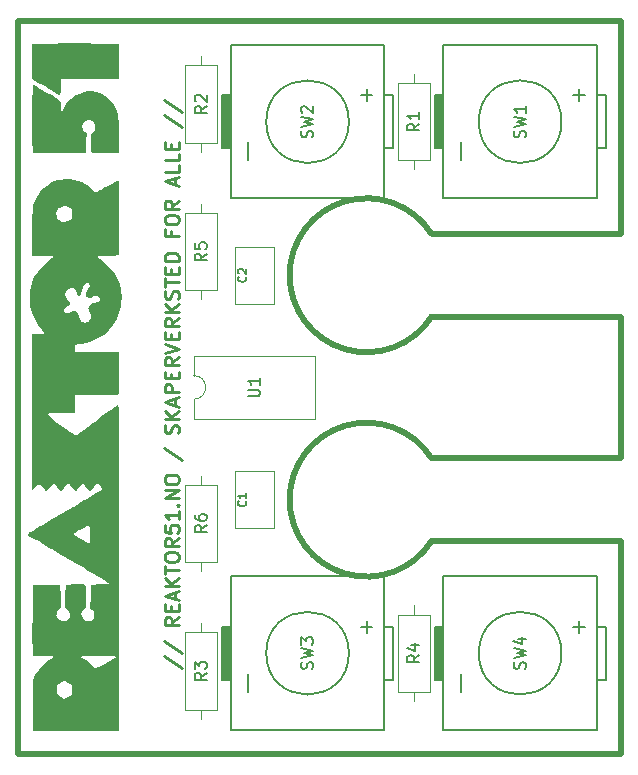
<source format=gbr>
%TF.GenerationSoftware,KiCad,Pcbnew,8.0.6-8.0.6-0~ubuntu20.04.1*%
%TF.CreationDate,2024-11-17T18:25:06+01:00*%
%TF.ProjectId,reaktor51_game,7265616b-746f-4723-9531-5f67616d652e,1*%
%TF.SameCoordinates,Original*%
%TF.FileFunction,Legend,Top*%
%TF.FilePolarity,Positive*%
%FSLAX46Y46*%
G04 Gerber Fmt 4.6, Leading zero omitted, Abs format (unit mm)*
G04 Created by KiCad (PCBNEW 8.0.6-8.0.6-0~ubuntu20.04.1) date 2024-11-17 18:25:06*
%MOMM*%
%LPD*%
G01*
G04 APERTURE LIST*
%ADD10C,0.500000*%
%ADD11C,0.220000*%
%ADD12C,0.150000*%
%ADD13C,0.120000*%
%ADD14C,0.200000*%
%ADD15C,0.000000*%
G04 APERTURE END LIST*
D10*
X156500000Y-110500000D02*
G75*
G02*
X156500000Y-103500000I-5500000J3500000D01*
G01*
X156500000Y-91500000D02*
G75*
G02*
X156500000Y-84500000I-5500000J3500000D01*
G01*
X172500000Y-91500000D02*
X172500000Y-103500000D01*
X156500000Y-91500000D02*
X172500000Y-91500000D01*
X156500000Y-103500000D02*
X172500000Y-103500000D01*
X156500000Y-110500000D02*
X172500000Y-110500000D01*
X172500000Y-128500000D02*
X172500000Y-110500000D01*
X172500000Y-128500000D02*
X121500000Y-128500000D01*
X156500000Y-84500000D02*
X172500000Y-84500000D01*
X172500000Y-84500000D02*
X172500000Y-66500000D01*
X172500000Y-66500000D02*
X121500000Y-66500000D01*
X121500000Y-128500000D02*
X121500000Y-66500000D01*
D11*
X133834560Y-120212406D02*
X135377417Y-121240978D01*
X133834560Y-118955263D02*
X135377417Y-119983835D01*
X135091702Y-116955263D02*
X134520274Y-117355263D01*
X135091702Y-117640977D02*
X133891702Y-117640977D01*
X133891702Y-117640977D02*
X133891702Y-117183834D01*
X133891702Y-117183834D02*
X133948845Y-117069549D01*
X133948845Y-117069549D02*
X134005988Y-117012406D01*
X134005988Y-117012406D02*
X134120274Y-116955263D01*
X134120274Y-116955263D02*
X134291702Y-116955263D01*
X134291702Y-116955263D02*
X134405988Y-117012406D01*
X134405988Y-117012406D02*
X134463131Y-117069549D01*
X134463131Y-117069549D02*
X134520274Y-117183834D01*
X134520274Y-117183834D02*
X134520274Y-117640977D01*
X134463131Y-116440977D02*
X134463131Y-116040977D01*
X135091702Y-115869549D02*
X135091702Y-116440977D01*
X135091702Y-116440977D02*
X133891702Y-116440977D01*
X133891702Y-116440977D02*
X133891702Y-115869549D01*
X134748845Y-115412406D02*
X134748845Y-114840978D01*
X135091702Y-115526692D02*
X133891702Y-115126692D01*
X133891702Y-115126692D02*
X135091702Y-114726692D01*
X135091702Y-114326692D02*
X133891702Y-114326692D01*
X135091702Y-113640978D02*
X134405988Y-114155264D01*
X133891702Y-113640978D02*
X134577417Y-114326692D01*
X133891702Y-113298121D02*
X133891702Y-112612407D01*
X135091702Y-112955264D02*
X133891702Y-112955264D01*
X133891702Y-111983835D02*
X133891702Y-111755263D01*
X133891702Y-111755263D02*
X133948845Y-111640978D01*
X133948845Y-111640978D02*
X134063131Y-111526692D01*
X134063131Y-111526692D02*
X134291702Y-111469549D01*
X134291702Y-111469549D02*
X134691702Y-111469549D01*
X134691702Y-111469549D02*
X134920274Y-111526692D01*
X134920274Y-111526692D02*
X135034560Y-111640978D01*
X135034560Y-111640978D02*
X135091702Y-111755263D01*
X135091702Y-111755263D02*
X135091702Y-111983835D01*
X135091702Y-111983835D02*
X135034560Y-112098121D01*
X135034560Y-112098121D02*
X134920274Y-112212406D01*
X134920274Y-112212406D02*
X134691702Y-112269549D01*
X134691702Y-112269549D02*
X134291702Y-112269549D01*
X134291702Y-112269549D02*
X134063131Y-112212406D01*
X134063131Y-112212406D02*
X133948845Y-112098121D01*
X133948845Y-112098121D02*
X133891702Y-111983835D01*
X135091702Y-110269549D02*
X134520274Y-110669549D01*
X135091702Y-110955263D02*
X133891702Y-110955263D01*
X133891702Y-110955263D02*
X133891702Y-110498120D01*
X133891702Y-110498120D02*
X133948845Y-110383835D01*
X133948845Y-110383835D02*
X134005988Y-110326692D01*
X134005988Y-110326692D02*
X134120274Y-110269549D01*
X134120274Y-110269549D02*
X134291702Y-110269549D01*
X134291702Y-110269549D02*
X134405988Y-110326692D01*
X134405988Y-110326692D02*
X134463131Y-110383835D01*
X134463131Y-110383835D02*
X134520274Y-110498120D01*
X134520274Y-110498120D02*
X134520274Y-110955263D01*
X133891702Y-109183835D02*
X133891702Y-109755263D01*
X133891702Y-109755263D02*
X134463131Y-109812406D01*
X134463131Y-109812406D02*
X134405988Y-109755263D01*
X134405988Y-109755263D02*
X134348845Y-109640978D01*
X134348845Y-109640978D02*
X134348845Y-109355263D01*
X134348845Y-109355263D02*
X134405988Y-109240978D01*
X134405988Y-109240978D02*
X134463131Y-109183835D01*
X134463131Y-109183835D02*
X134577417Y-109126692D01*
X134577417Y-109126692D02*
X134863131Y-109126692D01*
X134863131Y-109126692D02*
X134977417Y-109183835D01*
X134977417Y-109183835D02*
X135034560Y-109240978D01*
X135034560Y-109240978D02*
X135091702Y-109355263D01*
X135091702Y-109355263D02*
X135091702Y-109640978D01*
X135091702Y-109640978D02*
X135034560Y-109755263D01*
X135034560Y-109755263D02*
X134977417Y-109812406D01*
X135091702Y-107983835D02*
X135091702Y-108669549D01*
X135091702Y-108326692D02*
X133891702Y-108326692D01*
X133891702Y-108326692D02*
X134063131Y-108440978D01*
X134063131Y-108440978D02*
X134177417Y-108555263D01*
X134177417Y-108555263D02*
X134234560Y-108669549D01*
X134977417Y-107469549D02*
X135034560Y-107412406D01*
X135034560Y-107412406D02*
X135091702Y-107469549D01*
X135091702Y-107469549D02*
X135034560Y-107526692D01*
X135034560Y-107526692D02*
X134977417Y-107469549D01*
X134977417Y-107469549D02*
X135091702Y-107469549D01*
X135091702Y-106898120D02*
X133891702Y-106898120D01*
X133891702Y-106898120D02*
X135091702Y-106212406D01*
X135091702Y-106212406D02*
X133891702Y-106212406D01*
X133891702Y-105412406D02*
X133891702Y-105183834D01*
X133891702Y-105183834D02*
X133948845Y-105069549D01*
X133948845Y-105069549D02*
X134063131Y-104955263D01*
X134063131Y-104955263D02*
X134291702Y-104898120D01*
X134291702Y-104898120D02*
X134691702Y-104898120D01*
X134691702Y-104898120D02*
X134920274Y-104955263D01*
X134920274Y-104955263D02*
X135034560Y-105069549D01*
X135034560Y-105069549D02*
X135091702Y-105183834D01*
X135091702Y-105183834D02*
X135091702Y-105412406D01*
X135091702Y-105412406D02*
X135034560Y-105526692D01*
X135034560Y-105526692D02*
X134920274Y-105640977D01*
X134920274Y-105640977D02*
X134691702Y-105698120D01*
X134691702Y-105698120D02*
X134291702Y-105698120D01*
X134291702Y-105698120D02*
X134063131Y-105640977D01*
X134063131Y-105640977D02*
X133948845Y-105526692D01*
X133948845Y-105526692D02*
X133891702Y-105412406D01*
X133834560Y-102612405D02*
X135377417Y-103640977D01*
X135034560Y-101355262D02*
X135091702Y-101183834D01*
X135091702Y-101183834D02*
X135091702Y-100898119D01*
X135091702Y-100898119D02*
X135034560Y-100783834D01*
X135034560Y-100783834D02*
X134977417Y-100726691D01*
X134977417Y-100726691D02*
X134863131Y-100669548D01*
X134863131Y-100669548D02*
X134748845Y-100669548D01*
X134748845Y-100669548D02*
X134634560Y-100726691D01*
X134634560Y-100726691D02*
X134577417Y-100783834D01*
X134577417Y-100783834D02*
X134520274Y-100898119D01*
X134520274Y-100898119D02*
X134463131Y-101126691D01*
X134463131Y-101126691D02*
X134405988Y-101240976D01*
X134405988Y-101240976D02*
X134348845Y-101298119D01*
X134348845Y-101298119D02*
X134234560Y-101355262D01*
X134234560Y-101355262D02*
X134120274Y-101355262D01*
X134120274Y-101355262D02*
X134005988Y-101298119D01*
X134005988Y-101298119D02*
X133948845Y-101240976D01*
X133948845Y-101240976D02*
X133891702Y-101126691D01*
X133891702Y-101126691D02*
X133891702Y-100840976D01*
X133891702Y-100840976D02*
X133948845Y-100669548D01*
X135091702Y-100155262D02*
X133891702Y-100155262D01*
X135091702Y-99469548D02*
X134405988Y-99983834D01*
X133891702Y-99469548D02*
X134577417Y-100155262D01*
X134748845Y-99012405D02*
X134748845Y-98440977D01*
X135091702Y-99126691D02*
X133891702Y-98726691D01*
X133891702Y-98726691D02*
X135091702Y-98326691D01*
X135091702Y-97926691D02*
X133891702Y-97926691D01*
X133891702Y-97926691D02*
X133891702Y-97469548D01*
X133891702Y-97469548D02*
X133948845Y-97355263D01*
X133948845Y-97355263D02*
X134005988Y-97298120D01*
X134005988Y-97298120D02*
X134120274Y-97240977D01*
X134120274Y-97240977D02*
X134291702Y-97240977D01*
X134291702Y-97240977D02*
X134405988Y-97298120D01*
X134405988Y-97298120D02*
X134463131Y-97355263D01*
X134463131Y-97355263D02*
X134520274Y-97469548D01*
X134520274Y-97469548D02*
X134520274Y-97926691D01*
X134463131Y-96726691D02*
X134463131Y-96326691D01*
X135091702Y-96155263D02*
X135091702Y-96726691D01*
X135091702Y-96726691D02*
X133891702Y-96726691D01*
X133891702Y-96726691D02*
X133891702Y-96155263D01*
X135091702Y-94955263D02*
X134520274Y-95355263D01*
X135091702Y-95640977D02*
X133891702Y-95640977D01*
X133891702Y-95640977D02*
X133891702Y-95183834D01*
X133891702Y-95183834D02*
X133948845Y-95069549D01*
X133948845Y-95069549D02*
X134005988Y-95012406D01*
X134005988Y-95012406D02*
X134120274Y-94955263D01*
X134120274Y-94955263D02*
X134291702Y-94955263D01*
X134291702Y-94955263D02*
X134405988Y-95012406D01*
X134405988Y-95012406D02*
X134463131Y-95069549D01*
X134463131Y-95069549D02*
X134520274Y-95183834D01*
X134520274Y-95183834D02*
X134520274Y-95640977D01*
X133891702Y-94612406D02*
X135091702Y-94212406D01*
X135091702Y-94212406D02*
X133891702Y-93812406D01*
X134463131Y-93412406D02*
X134463131Y-93012406D01*
X135091702Y-92840978D02*
X135091702Y-93412406D01*
X135091702Y-93412406D02*
X133891702Y-93412406D01*
X133891702Y-93412406D02*
X133891702Y-92840978D01*
X135091702Y-91640978D02*
X134520274Y-92040978D01*
X135091702Y-92326692D02*
X133891702Y-92326692D01*
X133891702Y-92326692D02*
X133891702Y-91869549D01*
X133891702Y-91869549D02*
X133948845Y-91755264D01*
X133948845Y-91755264D02*
X134005988Y-91698121D01*
X134005988Y-91698121D02*
X134120274Y-91640978D01*
X134120274Y-91640978D02*
X134291702Y-91640978D01*
X134291702Y-91640978D02*
X134405988Y-91698121D01*
X134405988Y-91698121D02*
X134463131Y-91755264D01*
X134463131Y-91755264D02*
X134520274Y-91869549D01*
X134520274Y-91869549D02*
X134520274Y-92326692D01*
X135091702Y-91126692D02*
X133891702Y-91126692D01*
X135091702Y-90440978D02*
X134405988Y-90955264D01*
X133891702Y-90440978D02*
X134577417Y-91126692D01*
X135034560Y-89983835D02*
X135091702Y-89812407D01*
X135091702Y-89812407D02*
X135091702Y-89526692D01*
X135091702Y-89526692D02*
X135034560Y-89412407D01*
X135034560Y-89412407D02*
X134977417Y-89355264D01*
X134977417Y-89355264D02*
X134863131Y-89298121D01*
X134863131Y-89298121D02*
X134748845Y-89298121D01*
X134748845Y-89298121D02*
X134634560Y-89355264D01*
X134634560Y-89355264D02*
X134577417Y-89412407D01*
X134577417Y-89412407D02*
X134520274Y-89526692D01*
X134520274Y-89526692D02*
X134463131Y-89755264D01*
X134463131Y-89755264D02*
X134405988Y-89869549D01*
X134405988Y-89869549D02*
X134348845Y-89926692D01*
X134348845Y-89926692D02*
X134234560Y-89983835D01*
X134234560Y-89983835D02*
X134120274Y-89983835D01*
X134120274Y-89983835D02*
X134005988Y-89926692D01*
X134005988Y-89926692D02*
X133948845Y-89869549D01*
X133948845Y-89869549D02*
X133891702Y-89755264D01*
X133891702Y-89755264D02*
X133891702Y-89469549D01*
X133891702Y-89469549D02*
X133948845Y-89298121D01*
X133891702Y-88955264D02*
X133891702Y-88269550D01*
X135091702Y-88612407D02*
X133891702Y-88612407D01*
X134463131Y-87869549D02*
X134463131Y-87469549D01*
X135091702Y-87298121D02*
X135091702Y-87869549D01*
X135091702Y-87869549D02*
X133891702Y-87869549D01*
X133891702Y-87869549D02*
X133891702Y-87298121D01*
X135091702Y-86783835D02*
X133891702Y-86783835D01*
X133891702Y-86783835D02*
X133891702Y-86498121D01*
X133891702Y-86498121D02*
X133948845Y-86326692D01*
X133948845Y-86326692D02*
X134063131Y-86212407D01*
X134063131Y-86212407D02*
X134177417Y-86155264D01*
X134177417Y-86155264D02*
X134405988Y-86098121D01*
X134405988Y-86098121D02*
X134577417Y-86098121D01*
X134577417Y-86098121D02*
X134805988Y-86155264D01*
X134805988Y-86155264D02*
X134920274Y-86212407D01*
X134920274Y-86212407D02*
X135034560Y-86326692D01*
X135034560Y-86326692D02*
X135091702Y-86498121D01*
X135091702Y-86498121D02*
X135091702Y-86783835D01*
X134463131Y-84269549D02*
X134463131Y-84669549D01*
X135091702Y-84669549D02*
X133891702Y-84669549D01*
X133891702Y-84669549D02*
X133891702Y-84098121D01*
X133891702Y-83412407D02*
X133891702Y-83183835D01*
X133891702Y-83183835D02*
X133948845Y-83069550D01*
X133948845Y-83069550D02*
X134063131Y-82955264D01*
X134063131Y-82955264D02*
X134291702Y-82898121D01*
X134291702Y-82898121D02*
X134691702Y-82898121D01*
X134691702Y-82898121D02*
X134920274Y-82955264D01*
X134920274Y-82955264D02*
X135034560Y-83069550D01*
X135034560Y-83069550D02*
X135091702Y-83183835D01*
X135091702Y-83183835D02*
X135091702Y-83412407D01*
X135091702Y-83412407D02*
X135034560Y-83526693D01*
X135034560Y-83526693D02*
X134920274Y-83640978D01*
X134920274Y-83640978D02*
X134691702Y-83698121D01*
X134691702Y-83698121D02*
X134291702Y-83698121D01*
X134291702Y-83698121D02*
X134063131Y-83640978D01*
X134063131Y-83640978D02*
X133948845Y-83526693D01*
X133948845Y-83526693D02*
X133891702Y-83412407D01*
X135091702Y-81698121D02*
X134520274Y-82098121D01*
X135091702Y-82383835D02*
X133891702Y-82383835D01*
X133891702Y-82383835D02*
X133891702Y-81926692D01*
X133891702Y-81926692D02*
X133948845Y-81812407D01*
X133948845Y-81812407D02*
X134005988Y-81755264D01*
X134005988Y-81755264D02*
X134120274Y-81698121D01*
X134120274Y-81698121D02*
X134291702Y-81698121D01*
X134291702Y-81698121D02*
X134405988Y-81755264D01*
X134405988Y-81755264D02*
X134463131Y-81812407D01*
X134463131Y-81812407D02*
X134520274Y-81926692D01*
X134520274Y-81926692D02*
X134520274Y-82383835D01*
X134748845Y-80326692D02*
X134748845Y-79755264D01*
X135091702Y-80440978D02*
X133891702Y-80040978D01*
X133891702Y-80040978D02*
X135091702Y-79640978D01*
X135091702Y-78669550D02*
X135091702Y-79240978D01*
X135091702Y-79240978D02*
X133891702Y-79240978D01*
X135091702Y-77698121D02*
X135091702Y-78269549D01*
X135091702Y-78269549D02*
X133891702Y-78269549D01*
X134463131Y-77298120D02*
X134463131Y-76898120D01*
X135091702Y-76726692D02*
X135091702Y-77298120D01*
X135091702Y-77298120D02*
X133891702Y-77298120D01*
X133891702Y-77298120D02*
X133891702Y-76726692D01*
X133834560Y-74440977D02*
X135377417Y-75469549D01*
X133834560Y-73183834D02*
X135377417Y-74212406D01*
D12*
X137454819Y-86166666D02*
X136978628Y-86499999D01*
X137454819Y-86738094D02*
X136454819Y-86738094D01*
X136454819Y-86738094D02*
X136454819Y-86357142D01*
X136454819Y-86357142D02*
X136502438Y-86261904D01*
X136502438Y-86261904D02*
X136550057Y-86214285D01*
X136550057Y-86214285D02*
X136645295Y-86166666D01*
X136645295Y-86166666D02*
X136788152Y-86166666D01*
X136788152Y-86166666D02*
X136883390Y-86214285D01*
X136883390Y-86214285D02*
X136931009Y-86261904D01*
X136931009Y-86261904D02*
X136978628Y-86357142D01*
X136978628Y-86357142D02*
X136978628Y-86738094D01*
X136454819Y-85261904D02*
X136454819Y-85738094D01*
X136454819Y-85738094D02*
X136931009Y-85785713D01*
X136931009Y-85785713D02*
X136883390Y-85738094D01*
X136883390Y-85738094D02*
X136835771Y-85642856D01*
X136835771Y-85642856D02*
X136835771Y-85404761D01*
X136835771Y-85404761D02*
X136883390Y-85309523D01*
X136883390Y-85309523D02*
X136931009Y-85261904D01*
X136931009Y-85261904D02*
X137026247Y-85214285D01*
X137026247Y-85214285D02*
X137264342Y-85214285D01*
X137264342Y-85214285D02*
X137359580Y-85261904D01*
X137359580Y-85261904D02*
X137407200Y-85309523D01*
X137407200Y-85309523D02*
X137454819Y-85404761D01*
X137454819Y-85404761D02*
X137454819Y-85642856D01*
X137454819Y-85642856D02*
X137407200Y-85738094D01*
X137407200Y-85738094D02*
X137359580Y-85785713D01*
X140954819Y-98261904D02*
X141764342Y-98261904D01*
X141764342Y-98261904D02*
X141859580Y-98214285D01*
X141859580Y-98214285D02*
X141907200Y-98166666D01*
X141907200Y-98166666D02*
X141954819Y-98071428D01*
X141954819Y-98071428D02*
X141954819Y-97880952D01*
X141954819Y-97880952D02*
X141907200Y-97785714D01*
X141907200Y-97785714D02*
X141859580Y-97738095D01*
X141859580Y-97738095D02*
X141764342Y-97690476D01*
X141764342Y-97690476D02*
X140954819Y-97690476D01*
X141954819Y-96690476D02*
X141954819Y-97261904D01*
X141954819Y-96976190D02*
X140954819Y-96976190D01*
X140954819Y-96976190D02*
X141097676Y-97071428D01*
X141097676Y-97071428D02*
X141192914Y-97166666D01*
X141192914Y-97166666D02*
X141240533Y-97261904D01*
X137454819Y-109166666D02*
X136978628Y-109499999D01*
X137454819Y-109738094D02*
X136454819Y-109738094D01*
X136454819Y-109738094D02*
X136454819Y-109357142D01*
X136454819Y-109357142D02*
X136502438Y-109261904D01*
X136502438Y-109261904D02*
X136550057Y-109214285D01*
X136550057Y-109214285D02*
X136645295Y-109166666D01*
X136645295Y-109166666D02*
X136788152Y-109166666D01*
X136788152Y-109166666D02*
X136883390Y-109214285D01*
X136883390Y-109214285D02*
X136931009Y-109261904D01*
X136931009Y-109261904D02*
X136978628Y-109357142D01*
X136978628Y-109357142D02*
X136978628Y-109738094D01*
X136454819Y-108309523D02*
X136454819Y-108499999D01*
X136454819Y-108499999D02*
X136502438Y-108595237D01*
X136502438Y-108595237D02*
X136550057Y-108642856D01*
X136550057Y-108642856D02*
X136692914Y-108738094D01*
X136692914Y-108738094D02*
X136883390Y-108785713D01*
X136883390Y-108785713D02*
X137264342Y-108785713D01*
X137264342Y-108785713D02*
X137359580Y-108738094D01*
X137359580Y-108738094D02*
X137407200Y-108690475D01*
X137407200Y-108690475D02*
X137454819Y-108595237D01*
X137454819Y-108595237D02*
X137454819Y-108404761D01*
X137454819Y-108404761D02*
X137407200Y-108309523D01*
X137407200Y-108309523D02*
X137359580Y-108261904D01*
X137359580Y-108261904D02*
X137264342Y-108214285D01*
X137264342Y-108214285D02*
X137026247Y-108214285D01*
X137026247Y-108214285D02*
X136931009Y-108261904D01*
X136931009Y-108261904D02*
X136883390Y-108309523D01*
X136883390Y-108309523D02*
X136835771Y-108404761D01*
X136835771Y-108404761D02*
X136835771Y-108595237D01*
X136835771Y-108595237D02*
X136883390Y-108690475D01*
X136883390Y-108690475D02*
X136931009Y-108738094D01*
X136931009Y-108738094D02*
X137026247Y-108785713D01*
X155454819Y-75166666D02*
X154978628Y-75499999D01*
X155454819Y-75738094D02*
X154454819Y-75738094D01*
X154454819Y-75738094D02*
X154454819Y-75357142D01*
X154454819Y-75357142D02*
X154502438Y-75261904D01*
X154502438Y-75261904D02*
X154550057Y-75214285D01*
X154550057Y-75214285D02*
X154645295Y-75166666D01*
X154645295Y-75166666D02*
X154788152Y-75166666D01*
X154788152Y-75166666D02*
X154883390Y-75214285D01*
X154883390Y-75214285D02*
X154931009Y-75261904D01*
X154931009Y-75261904D02*
X154978628Y-75357142D01*
X154978628Y-75357142D02*
X154978628Y-75738094D01*
X155454819Y-74214285D02*
X155454819Y-74785713D01*
X155454819Y-74499999D02*
X154454819Y-74499999D01*
X154454819Y-74499999D02*
X154597676Y-74595237D01*
X154597676Y-74595237D02*
X154692914Y-74690475D01*
X154692914Y-74690475D02*
X154740533Y-74785713D01*
X137454819Y-73666666D02*
X136978628Y-73999999D01*
X137454819Y-74238094D02*
X136454819Y-74238094D01*
X136454819Y-74238094D02*
X136454819Y-73857142D01*
X136454819Y-73857142D02*
X136502438Y-73761904D01*
X136502438Y-73761904D02*
X136550057Y-73714285D01*
X136550057Y-73714285D02*
X136645295Y-73666666D01*
X136645295Y-73666666D02*
X136788152Y-73666666D01*
X136788152Y-73666666D02*
X136883390Y-73714285D01*
X136883390Y-73714285D02*
X136931009Y-73761904D01*
X136931009Y-73761904D02*
X136978628Y-73857142D01*
X136978628Y-73857142D02*
X136978628Y-74238094D01*
X136550057Y-73285713D02*
X136502438Y-73238094D01*
X136502438Y-73238094D02*
X136454819Y-73142856D01*
X136454819Y-73142856D02*
X136454819Y-72904761D01*
X136454819Y-72904761D02*
X136502438Y-72809523D01*
X136502438Y-72809523D02*
X136550057Y-72761904D01*
X136550057Y-72761904D02*
X136645295Y-72714285D01*
X136645295Y-72714285D02*
X136740533Y-72714285D01*
X136740533Y-72714285D02*
X136883390Y-72761904D01*
X136883390Y-72761904D02*
X137454819Y-73333332D01*
X137454819Y-73333332D02*
X137454819Y-72714285D01*
X137454819Y-121666666D02*
X136978628Y-121999999D01*
X137454819Y-122238094D02*
X136454819Y-122238094D01*
X136454819Y-122238094D02*
X136454819Y-121857142D01*
X136454819Y-121857142D02*
X136502438Y-121761904D01*
X136502438Y-121761904D02*
X136550057Y-121714285D01*
X136550057Y-121714285D02*
X136645295Y-121666666D01*
X136645295Y-121666666D02*
X136788152Y-121666666D01*
X136788152Y-121666666D02*
X136883390Y-121714285D01*
X136883390Y-121714285D02*
X136931009Y-121761904D01*
X136931009Y-121761904D02*
X136978628Y-121857142D01*
X136978628Y-121857142D02*
X136978628Y-122238094D01*
X136454819Y-121333332D02*
X136454819Y-120714285D01*
X136454819Y-120714285D02*
X136835771Y-121047618D01*
X136835771Y-121047618D02*
X136835771Y-120904761D01*
X136835771Y-120904761D02*
X136883390Y-120809523D01*
X136883390Y-120809523D02*
X136931009Y-120761904D01*
X136931009Y-120761904D02*
X137026247Y-120714285D01*
X137026247Y-120714285D02*
X137264342Y-120714285D01*
X137264342Y-120714285D02*
X137359580Y-120761904D01*
X137359580Y-120761904D02*
X137407200Y-120809523D01*
X137407200Y-120809523D02*
X137454819Y-120904761D01*
X137454819Y-120904761D02*
X137454819Y-121190475D01*
X137454819Y-121190475D02*
X137407200Y-121285713D01*
X137407200Y-121285713D02*
X137359580Y-121333332D01*
X155454819Y-120166666D02*
X154978628Y-120499999D01*
X155454819Y-120738094D02*
X154454819Y-120738094D01*
X154454819Y-120738094D02*
X154454819Y-120357142D01*
X154454819Y-120357142D02*
X154502438Y-120261904D01*
X154502438Y-120261904D02*
X154550057Y-120214285D01*
X154550057Y-120214285D02*
X154645295Y-120166666D01*
X154645295Y-120166666D02*
X154788152Y-120166666D01*
X154788152Y-120166666D02*
X154883390Y-120214285D01*
X154883390Y-120214285D02*
X154931009Y-120261904D01*
X154931009Y-120261904D02*
X154978628Y-120357142D01*
X154978628Y-120357142D02*
X154978628Y-120738094D01*
X154788152Y-119309523D02*
X155454819Y-119309523D01*
X154407200Y-119547618D02*
X155121485Y-119785713D01*
X155121485Y-119785713D02*
X155121485Y-119166666D01*
X140749366Y-107116666D02*
X140782700Y-107149999D01*
X140782700Y-107149999D02*
X140816033Y-107249999D01*
X140816033Y-107249999D02*
X140816033Y-107316666D01*
X140816033Y-107316666D02*
X140782700Y-107416666D01*
X140782700Y-107416666D02*
X140716033Y-107483333D01*
X140716033Y-107483333D02*
X140649366Y-107516666D01*
X140649366Y-107516666D02*
X140516033Y-107549999D01*
X140516033Y-107549999D02*
X140416033Y-107549999D01*
X140416033Y-107549999D02*
X140282700Y-107516666D01*
X140282700Y-107516666D02*
X140216033Y-107483333D01*
X140216033Y-107483333D02*
X140149366Y-107416666D01*
X140149366Y-107416666D02*
X140116033Y-107316666D01*
X140116033Y-107316666D02*
X140116033Y-107249999D01*
X140116033Y-107249999D02*
X140149366Y-107149999D01*
X140149366Y-107149999D02*
X140182700Y-107116666D01*
X140816033Y-106449999D02*
X140816033Y-106849999D01*
X140816033Y-106649999D02*
X140116033Y-106649999D01*
X140116033Y-106649999D02*
X140216033Y-106716666D01*
X140216033Y-106716666D02*
X140282700Y-106783333D01*
X140282700Y-106783333D02*
X140316033Y-106849999D01*
X140749366Y-88116666D02*
X140782700Y-88149999D01*
X140782700Y-88149999D02*
X140816033Y-88249999D01*
X140816033Y-88249999D02*
X140816033Y-88316666D01*
X140816033Y-88316666D02*
X140782700Y-88416666D01*
X140782700Y-88416666D02*
X140716033Y-88483333D01*
X140716033Y-88483333D02*
X140649366Y-88516666D01*
X140649366Y-88516666D02*
X140516033Y-88549999D01*
X140516033Y-88549999D02*
X140416033Y-88549999D01*
X140416033Y-88549999D02*
X140282700Y-88516666D01*
X140282700Y-88516666D02*
X140216033Y-88483333D01*
X140216033Y-88483333D02*
X140149366Y-88416666D01*
X140149366Y-88416666D02*
X140116033Y-88316666D01*
X140116033Y-88316666D02*
X140116033Y-88249999D01*
X140116033Y-88249999D02*
X140149366Y-88149999D01*
X140149366Y-88149999D02*
X140182700Y-88116666D01*
X140182700Y-87849999D02*
X140149366Y-87816666D01*
X140149366Y-87816666D02*
X140116033Y-87749999D01*
X140116033Y-87749999D02*
X140116033Y-87583333D01*
X140116033Y-87583333D02*
X140149366Y-87516666D01*
X140149366Y-87516666D02*
X140182700Y-87483333D01*
X140182700Y-87483333D02*
X140249366Y-87449999D01*
X140249366Y-87449999D02*
X140316033Y-87449999D01*
X140316033Y-87449999D02*
X140416033Y-87483333D01*
X140416033Y-87483333D02*
X140816033Y-87883333D01*
X140816033Y-87883333D02*
X140816033Y-87449999D01*
X164407200Y-121333332D02*
X164454819Y-121190475D01*
X164454819Y-121190475D02*
X164454819Y-120952380D01*
X164454819Y-120952380D02*
X164407200Y-120857142D01*
X164407200Y-120857142D02*
X164359580Y-120809523D01*
X164359580Y-120809523D02*
X164264342Y-120761904D01*
X164264342Y-120761904D02*
X164169104Y-120761904D01*
X164169104Y-120761904D02*
X164073866Y-120809523D01*
X164073866Y-120809523D02*
X164026247Y-120857142D01*
X164026247Y-120857142D02*
X163978628Y-120952380D01*
X163978628Y-120952380D02*
X163931009Y-121142856D01*
X163931009Y-121142856D02*
X163883390Y-121238094D01*
X163883390Y-121238094D02*
X163835771Y-121285713D01*
X163835771Y-121285713D02*
X163740533Y-121333332D01*
X163740533Y-121333332D02*
X163645295Y-121333332D01*
X163645295Y-121333332D02*
X163550057Y-121285713D01*
X163550057Y-121285713D02*
X163502438Y-121238094D01*
X163502438Y-121238094D02*
X163454819Y-121142856D01*
X163454819Y-121142856D02*
X163454819Y-120904761D01*
X163454819Y-120904761D02*
X163502438Y-120761904D01*
X163454819Y-120428570D02*
X164454819Y-120190475D01*
X164454819Y-120190475D02*
X163740533Y-119999999D01*
X163740533Y-119999999D02*
X164454819Y-119809523D01*
X164454819Y-119809523D02*
X163454819Y-119571428D01*
X163788152Y-118761904D02*
X164454819Y-118761904D01*
X163407200Y-118999999D02*
X164121485Y-119238094D01*
X164121485Y-119238094D02*
X164121485Y-118619047D01*
X146407200Y-121333332D02*
X146454819Y-121190475D01*
X146454819Y-121190475D02*
X146454819Y-120952380D01*
X146454819Y-120952380D02*
X146407200Y-120857142D01*
X146407200Y-120857142D02*
X146359580Y-120809523D01*
X146359580Y-120809523D02*
X146264342Y-120761904D01*
X146264342Y-120761904D02*
X146169104Y-120761904D01*
X146169104Y-120761904D02*
X146073866Y-120809523D01*
X146073866Y-120809523D02*
X146026247Y-120857142D01*
X146026247Y-120857142D02*
X145978628Y-120952380D01*
X145978628Y-120952380D02*
X145931009Y-121142856D01*
X145931009Y-121142856D02*
X145883390Y-121238094D01*
X145883390Y-121238094D02*
X145835771Y-121285713D01*
X145835771Y-121285713D02*
X145740533Y-121333332D01*
X145740533Y-121333332D02*
X145645295Y-121333332D01*
X145645295Y-121333332D02*
X145550057Y-121285713D01*
X145550057Y-121285713D02*
X145502438Y-121238094D01*
X145502438Y-121238094D02*
X145454819Y-121142856D01*
X145454819Y-121142856D02*
X145454819Y-120904761D01*
X145454819Y-120904761D02*
X145502438Y-120761904D01*
X145454819Y-120428570D02*
X146454819Y-120190475D01*
X146454819Y-120190475D02*
X145740533Y-119999999D01*
X145740533Y-119999999D02*
X146454819Y-119809523D01*
X146454819Y-119809523D02*
X145454819Y-119571428D01*
X145454819Y-119285713D02*
X145454819Y-118666666D01*
X145454819Y-118666666D02*
X145835771Y-118999999D01*
X145835771Y-118999999D02*
X145835771Y-118857142D01*
X145835771Y-118857142D02*
X145883390Y-118761904D01*
X145883390Y-118761904D02*
X145931009Y-118714285D01*
X145931009Y-118714285D02*
X146026247Y-118666666D01*
X146026247Y-118666666D02*
X146264342Y-118666666D01*
X146264342Y-118666666D02*
X146359580Y-118714285D01*
X146359580Y-118714285D02*
X146407200Y-118761904D01*
X146407200Y-118761904D02*
X146454819Y-118857142D01*
X146454819Y-118857142D02*
X146454819Y-119142856D01*
X146454819Y-119142856D02*
X146407200Y-119238094D01*
X146407200Y-119238094D02*
X146359580Y-119285713D01*
X146407200Y-76333332D02*
X146454819Y-76190475D01*
X146454819Y-76190475D02*
X146454819Y-75952380D01*
X146454819Y-75952380D02*
X146407200Y-75857142D01*
X146407200Y-75857142D02*
X146359580Y-75809523D01*
X146359580Y-75809523D02*
X146264342Y-75761904D01*
X146264342Y-75761904D02*
X146169104Y-75761904D01*
X146169104Y-75761904D02*
X146073866Y-75809523D01*
X146073866Y-75809523D02*
X146026247Y-75857142D01*
X146026247Y-75857142D02*
X145978628Y-75952380D01*
X145978628Y-75952380D02*
X145931009Y-76142856D01*
X145931009Y-76142856D02*
X145883390Y-76238094D01*
X145883390Y-76238094D02*
X145835771Y-76285713D01*
X145835771Y-76285713D02*
X145740533Y-76333332D01*
X145740533Y-76333332D02*
X145645295Y-76333332D01*
X145645295Y-76333332D02*
X145550057Y-76285713D01*
X145550057Y-76285713D02*
X145502438Y-76238094D01*
X145502438Y-76238094D02*
X145454819Y-76142856D01*
X145454819Y-76142856D02*
X145454819Y-75904761D01*
X145454819Y-75904761D02*
X145502438Y-75761904D01*
X145454819Y-75428570D02*
X146454819Y-75190475D01*
X146454819Y-75190475D02*
X145740533Y-74999999D01*
X145740533Y-74999999D02*
X146454819Y-74809523D01*
X146454819Y-74809523D02*
X145454819Y-74571428D01*
X145550057Y-74238094D02*
X145502438Y-74190475D01*
X145502438Y-74190475D02*
X145454819Y-74095237D01*
X145454819Y-74095237D02*
X145454819Y-73857142D01*
X145454819Y-73857142D02*
X145502438Y-73761904D01*
X145502438Y-73761904D02*
X145550057Y-73714285D01*
X145550057Y-73714285D02*
X145645295Y-73666666D01*
X145645295Y-73666666D02*
X145740533Y-73666666D01*
X145740533Y-73666666D02*
X145883390Y-73714285D01*
X145883390Y-73714285D02*
X146454819Y-74285713D01*
X146454819Y-74285713D02*
X146454819Y-73666666D01*
X164407200Y-76333332D02*
X164454819Y-76190475D01*
X164454819Y-76190475D02*
X164454819Y-75952380D01*
X164454819Y-75952380D02*
X164407200Y-75857142D01*
X164407200Y-75857142D02*
X164359580Y-75809523D01*
X164359580Y-75809523D02*
X164264342Y-75761904D01*
X164264342Y-75761904D02*
X164169104Y-75761904D01*
X164169104Y-75761904D02*
X164073866Y-75809523D01*
X164073866Y-75809523D02*
X164026247Y-75857142D01*
X164026247Y-75857142D02*
X163978628Y-75952380D01*
X163978628Y-75952380D02*
X163931009Y-76142856D01*
X163931009Y-76142856D02*
X163883390Y-76238094D01*
X163883390Y-76238094D02*
X163835771Y-76285713D01*
X163835771Y-76285713D02*
X163740533Y-76333332D01*
X163740533Y-76333332D02*
X163645295Y-76333332D01*
X163645295Y-76333332D02*
X163550057Y-76285713D01*
X163550057Y-76285713D02*
X163502438Y-76238094D01*
X163502438Y-76238094D02*
X163454819Y-76142856D01*
X163454819Y-76142856D02*
X163454819Y-75904761D01*
X163454819Y-75904761D02*
X163502438Y-75761904D01*
X163454819Y-75428570D02*
X164454819Y-75190475D01*
X164454819Y-75190475D02*
X163740533Y-74999999D01*
X163740533Y-74999999D02*
X164454819Y-74809523D01*
X164454819Y-74809523D02*
X163454819Y-74571428D01*
X164454819Y-73666666D02*
X164454819Y-74238094D01*
X164454819Y-73952380D02*
X163454819Y-73952380D01*
X163454819Y-73952380D02*
X163597676Y-74047618D01*
X163597676Y-74047618D02*
X163692914Y-74142856D01*
X163692914Y-74142856D02*
X163740533Y-74238094D01*
D13*
%TO.C,R5*%
X137000000Y-81960000D02*
X137000000Y-82730000D01*
X138370000Y-82730000D02*
X135630000Y-82730000D01*
X135630000Y-82730000D02*
X135630000Y-89270000D01*
X138370000Y-89270000D02*
X138370000Y-82730000D01*
X135630000Y-89270000D02*
X138370000Y-89270000D01*
X137000000Y-90040000D02*
X137000000Y-89270000D01*
%TO.C,U1*%
X136370000Y-100140000D02*
X146650000Y-100140000D01*
X146650000Y-100140000D02*
X146650000Y-94840000D01*
X136370000Y-98490000D02*
X136370000Y-100140000D01*
X136370000Y-94840000D02*
X136370000Y-96490000D01*
X146650000Y-94840000D02*
X136370000Y-94840000D01*
X136370000Y-96490000D02*
G75*
G02*
X136370000Y-98490000I0J-1000000D01*
G01*
%TO.C,R6*%
X137000000Y-104960000D02*
X137000000Y-105730000D01*
X138370000Y-105730000D02*
X135630000Y-105730000D01*
X135630000Y-105730000D02*
X135630000Y-112270000D01*
X138370000Y-112270000D02*
X138370000Y-105730000D01*
X135630000Y-112270000D02*
X138370000Y-112270000D01*
X137000000Y-113040000D02*
X137000000Y-112270000D01*
%TO.C,R1*%
X155000000Y-79040000D02*
X155000000Y-78270000D01*
X153630000Y-78270000D02*
X156370000Y-78270000D01*
X156370000Y-78270000D02*
X156370000Y-71730000D01*
X153630000Y-71730000D02*
X153630000Y-78270000D01*
X156370000Y-71730000D02*
X153630000Y-71730000D01*
X155000000Y-70960000D02*
X155000000Y-71730000D01*
%TO.C,R2*%
X137000000Y-77540000D02*
X137000000Y-76770000D01*
X135630000Y-76770000D02*
X138370000Y-76770000D01*
X138370000Y-76770000D02*
X138370000Y-70230000D01*
X135630000Y-70230000D02*
X135630000Y-76770000D01*
X138370000Y-70230000D02*
X135630000Y-70230000D01*
X137000000Y-69460000D02*
X137000000Y-70230000D01*
%TO.C,R3*%
X137000000Y-125540000D02*
X137000000Y-124770000D01*
X135630000Y-124770000D02*
X138370000Y-124770000D01*
X138370000Y-124770000D02*
X138370000Y-118230000D01*
X135630000Y-118230000D02*
X135630000Y-124770000D01*
X138370000Y-118230000D02*
X135630000Y-118230000D01*
X137000000Y-117460000D02*
X137000000Y-118230000D01*
%TO.C,R4*%
X155000000Y-124040000D02*
X155000000Y-123270000D01*
X153630000Y-123270000D02*
X156370000Y-123270000D01*
X156370000Y-123270000D02*
X156370000Y-116730000D01*
X153630000Y-116730000D02*
X153630000Y-123270000D01*
X156370000Y-116730000D02*
X153630000Y-116730000D01*
X155000000Y-115960000D02*
X155000000Y-116730000D01*
%TO.C,C1*%
X143120000Y-104580000D02*
X139880000Y-104580000D01*
X143120000Y-104580000D02*
X143120000Y-109420000D01*
X139880000Y-104580000D02*
X139880000Y-109420000D01*
X143120000Y-109420000D02*
X139880000Y-109420000D01*
%TO.C,C2*%
X143120000Y-85580000D02*
X139880000Y-85580000D01*
X143120000Y-85580000D02*
X143120000Y-90420000D01*
X139880000Y-85580000D02*
X139880000Y-90420000D01*
X143120000Y-90420000D02*
X139880000Y-90420000D01*
D14*
%TO.C,SW4*%
X159000000Y-123250000D02*
X159000000Y-121750000D01*
X169000000Y-118250000D02*
X169000000Y-117250000D01*
X169500000Y-117750000D02*
X168500000Y-117750000D01*
X157500000Y-126500000D02*
X170500000Y-126500000D01*
X170500000Y-113500000D01*
X157500000Y-113500000D01*
X157500000Y-126500000D01*
X156750000Y-122250000D02*
X157500000Y-122250000D01*
X157500000Y-117750000D01*
X156750000Y-117750000D01*
X156750000Y-122250000D01*
G36*
X156750000Y-122250000D02*
G01*
X157500000Y-122250000D01*
X157500000Y-117750000D01*
X156750000Y-117750000D01*
X156750000Y-122250000D01*
G37*
X170500000Y-122250000D02*
X171250000Y-122250000D01*
X171250000Y-117750000D01*
X170500000Y-117750000D01*
X170500000Y-122250000D01*
X167500000Y-120000000D02*
G75*
G02*
X160500000Y-120000000I-3500000J0D01*
G01*
X160500000Y-120000000D02*
G75*
G02*
X167500000Y-120000000I3500000J0D01*
G01*
%TO.C,SW3*%
X141000000Y-123250000D02*
X141000000Y-121750000D01*
X151000000Y-118250000D02*
X151000000Y-117250000D01*
X151500000Y-117750000D02*
X150500000Y-117750000D01*
X139500000Y-126500000D02*
X152500000Y-126500000D01*
X152500000Y-113500000D01*
X139500000Y-113500000D01*
X139500000Y-126500000D01*
X138750000Y-122250000D02*
X139500000Y-122250000D01*
X139500000Y-117750000D01*
X138750000Y-117750000D01*
X138750000Y-122250000D01*
G36*
X138750000Y-122250000D02*
G01*
X139500000Y-122250000D01*
X139500000Y-117750000D01*
X138750000Y-117750000D01*
X138750000Y-122250000D01*
G37*
X152500000Y-122250000D02*
X153250000Y-122250000D01*
X153250000Y-117750000D01*
X152500000Y-117750000D01*
X152500000Y-122250000D01*
X149500000Y-120000000D02*
G75*
G02*
X142500000Y-120000000I-3500000J0D01*
G01*
X142500000Y-120000000D02*
G75*
G02*
X149500000Y-120000000I3500000J0D01*
G01*
%TO.C,SW2*%
X141000000Y-78250000D02*
X141000000Y-76750000D01*
X151000000Y-73250000D02*
X151000000Y-72250000D01*
X151500000Y-72750000D02*
X150500000Y-72750000D01*
X139500000Y-81500000D02*
X152500000Y-81500000D01*
X152500000Y-68500000D01*
X139500000Y-68500000D01*
X139500000Y-81500000D01*
X138750000Y-77250000D02*
X139500000Y-77250000D01*
X139500000Y-72750000D01*
X138750000Y-72750000D01*
X138750000Y-77250000D01*
G36*
X138750000Y-77250000D02*
G01*
X139500000Y-77250000D01*
X139500000Y-72750000D01*
X138750000Y-72750000D01*
X138750000Y-77250000D01*
G37*
X152500000Y-77250000D02*
X153250000Y-77250000D01*
X153250000Y-72750000D01*
X152500000Y-72750000D01*
X152500000Y-77250000D01*
X149500000Y-75000000D02*
G75*
G02*
X142500000Y-75000000I-3500000J0D01*
G01*
X142500000Y-75000000D02*
G75*
G02*
X149500000Y-75000000I3500000J0D01*
G01*
%TO.C,SW1*%
X159000000Y-78250000D02*
X159000000Y-76750000D01*
X169000000Y-73250000D02*
X169000000Y-72250000D01*
X169500000Y-72750000D02*
X168500000Y-72750000D01*
X157500000Y-81500000D02*
X170500000Y-81500000D01*
X170500000Y-68500000D01*
X157500000Y-68500000D01*
X157500000Y-81500000D01*
X156750000Y-77250000D02*
X157500000Y-77250000D01*
X157500000Y-72750000D01*
X156750000Y-72750000D01*
X156750000Y-77250000D01*
G36*
X156750000Y-77250000D02*
G01*
X157500000Y-77250000D01*
X157500000Y-72750000D01*
X156750000Y-72750000D01*
X156750000Y-77250000D01*
G37*
X170500000Y-77250000D02*
X171250000Y-77250000D01*
X171250000Y-72750000D01*
X170500000Y-72750000D01*
X170500000Y-77250000D01*
X167500000Y-75000000D02*
G75*
G02*
X160500000Y-75000000I-3500000J0D01*
G01*
X160500000Y-75000000D02*
G75*
G02*
X167500000Y-75000000I3500000J0D01*
G01*
D15*
%TO.C,G\u002A\u002A\u002A*%
G36*
X126324934Y-79921111D02*
G01*
X126586677Y-79983838D01*
X126877778Y-80095653D01*
X127188677Y-80268416D01*
X127494644Y-80486409D01*
X127770949Y-80733917D01*
X127777653Y-80740746D01*
X127893029Y-80852108D01*
X127988636Y-80932533D01*
X128044745Y-80965511D01*
X128046377Y-80965620D01*
X128087239Y-80956989D01*
X128159322Y-80927445D01*
X128273761Y-80871510D01*
X128441693Y-80783706D01*
X128674251Y-80658554D01*
X128710209Y-80639040D01*
X129099426Y-80429026D01*
X129414930Y-80261860D01*
X129659755Y-80136011D01*
X129836936Y-80049948D01*
X129949508Y-80002138D01*
X129995370Y-79990402D01*
X130008993Y-79996403D01*
X130020690Y-80018386D01*
X130030570Y-80062320D01*
X130038743Y-80134174D01*
X130045317Y-80239919D01*
X130050404Y-80385524D01*
X130054111Y-80576957D01*
X130056549Y-80820189D01*
X130057828Y-81121189D01*
X130058056Y-81485927D01*
X130057344Y-81920372D01*
X130055802Y-82430492D01*
X130053538Y-83022259D01*
X130053078Y-83134029D01*
X130050518Y-83654059D01*
X130047298Y-84148046D01*
X130043515Y-84608855D01*
X130039265Y-85029349D01*
X130034643Y-85402393D01*
X130029746Y-85720851D01*
X130024669Y-85977586D01*
X130019508Y-86165463D01*
X130014359Y-86277346D01*
X130010440Y-86307242D01*
X129958511Y-86316561D01*
X129832846Y-86324054D01*
X129648355Y-86329275D01*
X129419948Y-86331774D01*
X129204593Y-86331441D01*
X128870663Y-86330897D01*
X128615980Y-86335146D01*
X128431217Y-86345165D01*
X128307047Y-86361933D01*
X128234144Y-86386426D01*
X128203179Y-86419625D01*
X128200436Y-86436735D01*
X128236753Y-86489432D01*
X128326027Y-86549652D01*
X128344721Y-86559017D01*
X128445538Y-86618784D01*
X128588108Y-86717904D01*
X128746725Y-86838205D01*
X128799084Y-86880169D01*
X129224583Y-87280100D01*
X129582476Y-87728359D01*
X129869478Y-88216340D01*
X130082305Y-88735439D01*
X130217672Y-89277048D01*
X130272296Y-89832562D01*
X130242891Y-90393376D01*
X130212970Y-90584817D01*
X130063009Y-91170978D01*
X129839026Y-91712328D01*
X129545749Y-92204156D01*
X129187904Y-92641747D01*
X128770216Y-93020389D01*
X128297414Y-93335369D01*
X127774222Y-93581973D01*
X127205368Y-93755490D01*
X127174437Y-93761767D01*
X126989300Y-93799335D01*
X126799526Y-93829920D01*
X126625436Y-93852813D01*
X126499437Y-93863857D01*
X126482722Y-93864280D01*
X126338656Y-93865096D01*
X126338656Y-94174907D01*
X126338656Y-94484717D01*
X128189354Y-94496285D01*
X130040052Y-94507854D01*
X130051640Y-96266224D01*
X130054258Y-96712490D01*
X130055487Y-97078369D01*
X130055064Y-97372123D01*
X130052723Y-97602013D01*
X130048200Y-97776303D01*
X130041230Y-97903254D01*
X130031548Y-97991128D01*
X130018890Y-98048187D01*
X130002990Y-98082693D01*
X129993063Y-98094758D01*
X129966980Y-98112424D01*
X129922020Y-98126903D01*
X129850028Y-98138502D01*
X129742851Y-98147528D01*
X129592335Y-98154288D01*
X129390325Y-98159091D01*
X129128668Y-98162244D01*
X128799209Y-98164053D01*
X128393794Y-98164826D01*
X128131850Y-98164922D01*
X126340800Y-98164922D01*
X126328646Y-98907417D01*
X126316492Y-99649913D01*
X125333750Y-99668513D01*
X125145454Y-99672077D01*
X124755576Y-99680818D01*
X124449244Y-99690848D01*
X124221353Y-99702484D01*
X124066799Y-99716043D01*
X123980476Y-99731842D01*
X123957240Y-99745882D01*
X123984637Y-99789464D01*
X124071580Y-99874620D01*
X124206006Y-99990652D01*
X124375853Y-100126863D01*
X124457025Y-100189163D01*
X124651633Y-100337336D01*
X124830118Y-100474588D01*
X124976029Y-100588173D01*
X125072915Y-100665344D01*
X125091138Y-100680487D01*
X125180587Y-100747820D01*
X125243376Y-100779809D01*
X125247418Y-100780225D01*
X125304604Y-100809850D01*
X125358238Y-100859549D01*
X125431307Y-100926654D01*
X125552770Y-101024246D01*
X125705876Y-101140327D01*
X125873872Y-101262895D01*
X126040005Y-101379952D01*
X126187523Y-101479497D01*
X126299672Y-101549531D01*
X126359701Y-101578053D01*
X126361515Y-101578185D01*
X126409673Y-101553048D01*
X126514945Y-101484192D01*
X126663793Y-101381450D01*
X126842677Y-101254656D01*
X127038056Y-101113644D01*
X127236392Y-100968247D01*
X127424145Y-100828298D01*
X127587774Y-100703632D01*
X127713741Y-100604080D01*
X127777876Y-100549519D01*
X127854578Y-100487031D01*
X127963963Y-100406008D01*
X127987230Y-100389582D01*
X128097038Y-100311079D01*
X128261180Y-100191546D01*
X128464666Y-100042106D01*
X128692510Y-99873882D01*
X128929720Y-99697996D01*
X129161310Y-99525571D01*
X129372289Y-99367729D01*
X129547670Y-99235594D01*
X129672464Y-99140288D01*
X129704689Y-99115105D01*
X129824514Y-99031611D01*
X129925676Y-98980819D01*
X129970657Y-98972842D01*
X129977312Y-98979833D01*
X129983543Y-99000066D01*
X129989370Y-99036396D01*
X129994807Y-99091679D01*
X129999873Y-99168772D01*
X130004584Y-99270530D01*
X130008958Y-99399811D01*
X130013010Y-99559469D01*
X130016758Y-99752362D01*
X130020220Y-99981346D01*
X130023411Y-100249277D01*
X130026349Y-100559010D01*
X130029050Y-100913403D01*
X130031532Y-101315311D01*
X130033812Y-101767591D01*
X130035906Y-102273099D01*
X130037831Y-102834691D01*
X130039605Y-103455223D01*
X130041244Y-104137552D01*
X130042764Y-104884533D01*
X130044184Y-105699023D01*
X130045520Y-106583878D01*
X130046789Y-107541955D01*
X130048008Y-108576109D01*
X130049193Y-109689197D01*
X130050362Y-110884075D01*
X130051531Y-112163599D01*
X130052007Y-112705145D01*
X130052888Y-113803363D01*
X130053599Y-114879089D01*
X130054143Y-115928916D01*
X130054525Y-116949438D01*
X130054746Y-117937249D01*
X130054809Y-118888942D01*
X130054718Y-119801111D01*
X130054476Y-120670350D01*
X130054085Y-121493251D01*
X130053549Y-122266410D01*
X130052869Y-122986420D01*
X130052051Y-123649873D01*
X130051095Y-124253365D01*
X130050006Y-124793489D01*
X130048786Y-125266837D01*
X130047438Y-125670005D01*
X130045965Y-125999585D01*
X130044370Y-126252172D01*
X130042656Y-126424359D01*
X130040826Y-126512739D01*
X130040016Y-126524080D01*
X130016070Y-126624075D01*
X128073568Y-126618032D01*
X126370993Y-126612736D01*
X125416431Y-126609766D01*
X122725916Y-126601396D01*
X122728209Y-124584468D01*
X122729871Y-124022811D01*
X122733532Y-123546689D01*
X122739268Y-123153003D01*
X122742504Y-123024043D01*
X124748056Y-123024043D01*
X124751670Y-123187879D01*
X124765009Y-123496067D01*
X125090720Y-123680787D01*
X125416431Y-123865507D01*
X125682325Y-123715214D01*
X125820620Y-123639837D01*
X125929000Y-123585901D01*
X125984295Y-123564927D01*
X125984596Y-123564922D01*
X126021007Y-123547262D01*
X126045508Y-123485610D01*
X126060340Y-123366953D01*
X126067743Y-123178282D01*
X126069188Y-123073721D01*
X126069599Y-122889230D01*
X126063041Y-122772922D01*
X126044048Y-122704339D01*
X126007155Y-122663021D01*
X125950785Y-122630511D01*
X125857922Y-122579459D01*
X125806685Y-122545446D01*
X125735568Y-122497069D01*
X125623386Y-122439626D01*
X125508210Y-122390784D01*
X125428113Y-122368206D01*
X125424374Y-122368063D01*
X125336453Y-122392138D01*
X125208095Y-122454366D01*
X125062909Y-122539747D01*
X124924505Y-122633284D01*
X124816492Y-122719979D01*
X124762479Y-122784834D01*
X124760969Y-122789492D01*
X124751318Y-122878572D01*
X124748056Y-123024043D01*
X122742504Y-123024043D01*
X122747155Y-122838651D01*
X122757269Y-122600534D01*
X122769686Y-122435552D01*
X122783162Y-122345899D01*
X122852052Y-122132985D01*
X122961269Y-121881572D01*
X123095434Y-121622129D01*
X123239168Y-121385127D01*
X123336175Y-121250240D01*
X123500952Y-121067595D01*
X123709955Y-120872949D01*
X123936185Y-120688800D01*
X124152644Y-120537645D01*
X124275116Y-120467843D01*
X124390713Y-120398599D01*
X124463710Y-120332737D01*
X124476821Y-120303819D01*
X126826265Y-120303819D01*
X126863337Y-120366000D01*
X126920431Y-120397211D01*
X127042909Y-120455523D01*
X127208062Y-120560462D01*
X127395107Y-120696744D01*
X127583262Y-120849083D01*
X127751746Y-121002194D01*
X127776868Y-121027131D01*
X127910169Y-121154402D01*
X128003654Y-121223313D01*
X128073568Y-121244187D01*
X128109407Y-121238450D01*
X128183228Y-121206378D01*
X128312442Y-121142531D01*
X128475116Y-121058504D01*
X128649320Y-120965893D01*
X128813121Y-120876294D01*
X128944589Y-120801302D01*
X128998342Y-120768453D01*
X129077324Y-120724223D01*
X129199407Y-120662253D01*
X129257152Y-120634354D01*
X129504782Y-120508362D01*
X129667385Y-120406074D01*
X129744821Y-120327586D01*
X129751920Y-120302428D01*
X129739863Y-120285161D01*
X129698204Y-120271308D01*
X129618711Y-120260521D01*
X129493152Y-120252450D01*
X129313295Y-120246744D01*
X129070908Y-120243055D01*
X128757758Y-120241033D01*
X128365615Y-120240328D01*
X128289092Y-120240314D01*
X127883693Y-120240796D01*
X127558600Y-120242482D01*
X127305469Y-120245735D01*
X127115955Y-120250917D01*
X126981713Y-120258390D01*
X126894398Y-120268517D01*
X126845664Y-120281660D01*
X126827166Y-120298181D01*
X126826265Y-120303819D01*
X124476821Y-120303819D01*
X124476876Y-120303697D01*
X124463773Y-120281038D01*
X124417252Y-120264286D01*
X124326493Y-120252608D01*
X124180678Y-120245169D01*
X123968986Y-120241135D01*
X123680600Y-120239674D01*
X123645724Y-120239636D01*
X123380569Y-120237606D01*
X123144336Y-120232369D01*
X122951981Y-120224535D01*
X122818461Y-120214711D01*
X122758848Y-120203579D01*
X122747509Y-120179370D01*
X122737875Y-120118708D01*
X122729867Y-120016275D01*
X122723408Y-119866750D01*
X122718419Y-119664815D01*
X122714823Y-119405149D01*
X122712542Y-119082434D01*
X122711497Y-118691351D01*
X122711611Y-118226579D01*
X122712806Y-117682799D01*
X122714519Y-117178865D01*
X122725916Y-114189529D01*
X123900611Y-114189529D01*
X125075305Y-114189529D01*
X125087214Y-115195991D01*
X125090685Y-115520356D01*
X125091892Y-115767297D01*
X125090051Y-115948033D01*
X125084377Y-116073784D01*
X125074085Y-116155770D01*
X125058390Y-116205210D01*
X125036507Y-116233324D01*
X125013602Y-116248223D01*
X124906289Y-116343751D01*
X124812783Y-116490727D01*
X124753501Y-116652187D01*
X124742845Y-116738395D01*
X124782020Y-116933465D01*
X124887158Y-117100126D01*
X125039673Y-117225351D01*
X125220980Y-117296115D01*
X125412493Y-117299391D01*
X125504618Y-117272334D01*
X125700370Y-117152763D01*
X125820760Y-116986741D01*
X125850931Y-116894058D01*
X125872062Y-116678100D01*
X125821913Y-116496225D01*
X125693154Y-116324773D01*
X125666397Y-116298289D01*
X125494650Y-116133260D01*
X125506618Y-115161394D01*
X125518586Y-114189529D01*
X126272164Y-114176888D01*
X126528233Y-114174028D01*
X126758673Y-114174136D01*
X126946563Y-114176995D01*
X127074983Y-114182389D01*
X127121236Y-114187749D01*
X127152503Y-114198033D01*
X127176155Y-114218924D01*
X127193345Y-114261659D01*
X127205222Y-114337477D01*
X127212939Y-114457615D01*
X127217646Y-114633313D01*
X127220495Y-114875808D01*
X127222518Y-115176498D01*
X127228307Y-116141744D01*
X127071181Y-116294037D01*
X126922029Y-116486336D01*
X126855899Y-116685951D01*
X126872410Y-116881721D01*
X126971183Y-117062482D01*
X127101393Y-117183215D01*
X127299003Y-117288550D01*
X127487845Y-117308222D01*
X127659723Y-117252706D01*
X127816768Y-117149391D01*
X127908825Y-117024095D01*
X127949603Y-116852661D01*
X127955128Y-116732091D01*
X127951970Y-116578931D01*
X127931268Y-116479900D01*
X127879431Y-116400558D01*
X127789557Y-116312597D01*
X127622482Y-116159389D01*
X127634409Y-115174459D01*
X127646335Y-114189529D01*
X128398813Y-114177330D01*
X128649407Y-114171143D01*
X128869244Y-114161694D01*
X129042926Y-114149968D01*
X129155053Y-114136949D01*
X129189628Y-114126795D01*
X129173826Y-114088134D01*
X129107208Y-114019297D01*
X129012829Y-113939126D01*
X128913745Y-113866465D01*
X128833011Y-113820157D01*
X128805370Y-113812740D01*
X128761941Y-113790878D01*
X128656371Y-113730545D01*
X128502092Y-113639621D01*
X128312539Y-113525986D01*
X128192763Y-113453404D01*
X127975386Y-113321819D01*
X127772458Y-113200140D01*
X127601670Y-113098893D01*
X127491758Y-113035020D01*
X127480716Y-113028603D01*
X127446858Y-113009659D01*
X127321416Y-112939638D01*
X127215496Y-112877657D01*
X127203551Y-112870304D01*
X127123506Y-112820425D01*
X126994593Y-112740104D01*
X126843195Y-112645780D01*
X126826762Y-112635542D01*
X126677654Y-112544929D01*
X126550553Y-112471764D01*
X126470154Y-112430200D01*
X126464199Y-112427772D01*
X126403124Y-112396478D01*
X126280332Y-112327329D01*
X126109899Y-112228468D01*
X125905898Y-112108040D01*
X125732786Y-112004528D01*
X125462962Y-111842843D01*
X125168565Y-111667325D01*
X124879306Y-111495634D01*
X124624892Y-111345427D01*
X124543368Y-111297560D01*
X124334291Y-111174879D01*
X124139156Y-111060061D01*
X123977585Y-110964675D01*
X123869203Y-110900287D01*
X123856283Y-110892536D01*
X123740307Y-110824809D01*
X123648500Y-110774646D01*
X123634642Y-110767800D01*
X123548000Y-110716141D01*
X123523822Y-110697202D01*
X123481236Y-110666253D01*
X123398602Y-110615076D01*
X123267343Y-110538718D01*
X123078880Y-110432232D01*
X122824636Y-110290667D01*
X122694513Y-110218640D01*
X122537780Y-110126497D01*
X122412661Y-110042653D01*
X122338796Y-109980692D01*
X122328042Y-109965186D01*
X122330798Y-109919778D01*
X126187673Y-109919778D01*
X126194234Y-109959879D01*
X126264546Y-110011980D01*
X126301556Y-110034889D01*
X126432826Y-110112631D01*
X126611788Y-110213709D01*
X126850411Y-110344815D01*
X127025742Y-110439888D01*
X127156998Y-110516369D01*
X127268327Y-110588595D01*
X127395408Y-110653402D01*
X127491758Y-110655278D01*
X127541997Y-110594263D01*
X127543346Y-110587871D01*
X127547825Y-110519010D01*
X127550928Y-110382239D01*
X127552675Y-110198294D01*
X127553086Y-109987909D01*
X127552180Y-109771821D01*
X127549976Y-109570764D01*
X127546494Y-109405475D01*
X127542147Y-109302356D01*
X127505809Y-109221679D01*
X127415026Y-109207028D01*
X127274461Y-109258352D01*
X127191091Y-109306147D01*
X127074378Y-109375578D01*
X126909374Y-109469192D01*
X126726276Y-109569945D01*
X126671117Y-109599666D01*
X126502326Y-109693736D01*
X126356336Y-109781670D01*
X126256563Y-109849115D01*
X126235064Y-109866928D01*
X126187673Y-109919778D01*
X122330798Y-109919778D01*
X122333043Y-109882787D01*
X122383722Y-109806096D01*
X122442017Y-109778883D01*
X122494909Y-109757348D01*
X122603136Y-109699955D01*
X122746661Y-109617528D01*
X122802296Y-109584302D01*
X123052926Y-109433455D01*
X123321206Y-109272564D01*
X123595219Y-109108720D01*
X123863043Y-108949011D01*
X124112759Y-108800527D01*
X124332448Y-108670357D01*
X124510191Y-108565589D01*
X124634066Y-108493313D01*
X124688322Y-108462604D01*
X124810311Y-108394410D01*
X124975159Y-108298146D01*
X125154458Y-108190854D01*
X125319799Y-108089575D01*
X125442773Y-108011350D01*
X125461381Y-107998885D01*
X125551201Y-107942627D01*
X125605973Y-107917225D01*
X125607577Y-107917103D01*
X125655599Y-107894951D01*
X125755483Y-107837077D01*
X125876201Y-107761955D01*
X126003765Y-107682393D01*
X126099582Y-107626431D01*
X126141127Y-107606807D01*
X126187008Y-107585102D01*
X126287304Y-107527846D01*
X126421468Y-107446822D01*
X126439481Y-107435682D01*
X126606258Y-107333471D01*
X126817679Y-107205723D01*
X127059834Y-107060655D01*
X127318817Y-106906487D01*
X127580720Y-106751436D01*
X127831635Y-106603721D01*
X128057655Y-106471561D01*
X128244873Y-106363174D01*
X128379380Y-106286779D01*
X128433159Y-106257546D01*
X128547732Y-106178835D01*
X128598465Y-106100597D01*
X128599389Y-106090253D01*
X128571095Y-106013480D01*
X128499373Y-105909378D01*
X128403961Y-105799263D01*
X128304599Y-105704454D01*
X128221027Y-105646269D01*
X128181605Y-105639061D01*
X128129612Y-105682886D01*
X128042323Y-105779725D01*
X127936413Y-105910765D01*
X127908930Y-105946730D01*
X127766838Y-106118162D01*
X127658180Y-106212545D01*
X127603159Y-106231681D01*
X127523740Y-106194446D01*
X127408107Y-106089569D01*
X127280251Y-105943548D01*
X127165839Y-105811284D01*
X127065835Y-105711202D01*
X126997237Y-105659826D01*
X126984785Y-105656370D01*
X126934628Y-105687726D01*
X126843159Y-105771023D01*
X126725835Y-105890108D01*
X126598116Y-106028826D01*
X126475457Y-106171021D01*
X126390954Y-106276964D01*
X126356854Y-106256717D01*
X126281333Y-106186674D01*
X126180679Y-106084343D01*
X126071180Y-105967229D01*
X125969124Y-105852840D01*
X125890797Y-105758683D01*
X125852487Y-105702266D01*
X125851047Y-105696628D01*
X125814381Y-105662562D01*
X125765131Y-105644243D01*
X125700638Y-105651602D01*
X125620350Y-105712639D01*
X125511101Y-105837952D01*
X125488081Y-105867205D01*
X125345424Y-106047107D01*
X125244031Y-106165197D01*
X125173357Y-106231608D01*
X125122858Y-106256474D01*
X125087393Y-106252302D01*
X125036060Y-106208804D01*
X124947371Y-106112087D01*
X124837177Y-105979847D01*
X124790532Y-105920847D01*
X124679916Y-105782991D01*
X124588522Y-105676863D01*
X124530425Y-105618480D01*
X124519127Y-105612042D01*
X124472600Y-105643434D01*
X124386874Y-105725614D01*
X124278685Y-105840588D01*
X124164769Y-105970360D01*
X124061864Y-106096936D01*
X124034680Y-106132897D01*
X123960234Y-106223685D01*
X123904927Y-106273625D01*
X123895441Y-106276964D01*
X123866700Y-106267729D01*
X123824060Y-106232526D01*
X123757017Y-106160101D01*
X123655065Y-106039204D01*
X123526592Y-105881888D01*
X123419098Y-105754593D01*
X123330826Y-105659641D01*
X123277643Y-105613851D01*
X123272048Y-105612042D01*
X123223425Y-105642728D01*
X123144523Y-105719593D01*
X123114129Y-105753571D01*
X123003643Y-105879716D01*
X122880003Y-106018454D01*
X122849018Y-106052786D01*
X122706151Y-106210472D01*
X122704951Y-99594503D01*
X122703752Y-92978534D01*
X123113787Y-92977929D01*
X123379431Y-92972873D01*
X123564285Y-92957826D01*
X123675777Y-92931604D01*
X123721336Y-92893021D01*
X123723298Y-92880727D01*
X123695308Y-92831590D01*
X123619775Y-92733237D01*
X123509352Y-92601536D01*
X123418098Y-92498026D01*
X123171242Y-92197882D01*
X122968623Y-91889921D01*
X122799002Y-91552567D01*
X122651139Y-91164247D01*
X122565231Y-90883784D01*
X125394639Y-90883784D01*
X125402018Y-91026888D01*
X125493804Y-91161131D01*
X125506011Y-91172164D01*
X125621205Y-91238226D01*
X125747454Y-91233701D01*
X125902577Y-91157194D01*
X125930181Y-91138918D01*
X126129548Y-91041309D01*
X126308180Y-91028038D01*
X126458815Y-91095816D01*
X126574193Y-91241354D01*
X126647051Y-91461365D01*
X126647515Y-91463797D01*
X126710584Y-91702632D01*
X126800127Y-91864753D01*
X126926335Y-91960592D01*
X127099395Y-92000582D01*
X127174437Y-92003316D01*
X127306516Y-91992976D01*
X127405158Y-91949469D01*
X127510569Y-91854065D01*
X127523083Y-91840892D01*
X127616361Y-91731105D01*
X127657019Y-91640316D01*
X127660008Y-91530130D01*
X127656869Y-91497350D01*
X127629856Y-91357122D01*
X127579741Y-91179384D01*
X127531301Y-91040161D01*
X127475852Y-90889871D01*
X127451705Y-90794415D01*
X127456658Y-90726542D01*
X127488510Y-90659006D01*
X127499077Y-90641208D01*
X127649893Y-90464411D01*
X127847986Y-90361456D01*
X127982633Y-90334367D01*
X128192357Y-90294092D01*
X128329205Y-90225667D01*
X128406437Y-90121938D01*
X128414151Y-90101579D01*
X128431628Y-89947497D01*
X128366308Y-89821540D01*
X128274420Y-89749508D01*
X128202116Y-89711265D01*
X128138596Y-89703878D01*
X128055122Y-89731314D01*
X127922956Y-89797539D01*
X127921687Y-89798204D01*
X127693954Y-89891698D01*
X127503229Y-89918213D01*
X127356740Y-89879778D01*
X127261714Y-89778420D01*
X127225377Y-89616169D01*
X127225218Y-89602729D01*
X127235419Y-89494261D01*
X127260787Y-89435651D01*
X127269546Y-89432287D01*
X127311275Y-89397212D01*
X127314681Y-89376876D01*
X127338557Y-89310922D01*
X127398819Y-89202337D01*
X127447665Y-89126401D01*
X127549226Y-88943833D01*
X127575567Y-88805135D01*
X127526822Y-88707465D01*
X127469023Y-88670643D01*
X127334408Y-88643327D01*
X127213304Y-88692815D01*
X127103373Y-88821968D01*
X127002282Y-89033643D01*
X126907695Y-89330699D01*
X126897040Y-89370801D01*
X126833371Y-89548817D01*
X126753970Y-89672560D01*
X126669086Y-89728432D01*
X126628702Y-89726944D01*
X126571598Y-89676507D01*
X126506593Y-89576054D01*
X126452723Y-89460035D01*
X126429142Y-89365794D01*
X126382400Y-89228762D01*
X126272133Y-89130788D01*
X126119283Y-89083999D01*
X125962680Y-89095661D01*
X125820938Y-89163987D01*
X125674633Y-89284686D01*
X125554245Y-89428694D01*
X125497798Y-89538937D01*
X125473313Y-89689711D01*
X125510492Y-89832776D01*
X125616349Y-89985831D01*
X125716354Y-90090411D01*
X125814865Y-90194944D01*
X125879887Y-90281062D01*
X125895375Y-90317904D01*
X125868145Y-90415555D01*
X125802530Y-90521248D01*
X125722648Y-90602812D01*
X125662060Y-90629145D01*
X125578682Y-90659939D01*
X125482947Y-90735142D01*
X125472755Y-90745776D01*
X125394639Y-90883784D01*
X122565231Y-90883784D01*
X122548334Y-90828622D01*
X122517017Y-90668221D01*
X122493208Y-90448936D01*
X122477305Y-90192905D01*
X122469706Y-89922266D01*
X122470809Y-89659159D01*
X122481012Y-89425722D01*
X122500713Y-89244095D01*
X122518429Y-89165458D01*
X122556635Y-89042606D01*
X122608020Y-88872763D01*
X122657932Y-88704640D01*
X122711816Y-88548751D01*
X122786865Y-88366684D01*
X122872848Y-88179503D01*
X122959533Y-88008268D01*
X123036687Y-87874039D01*
X123094078Y-87797880D01*
X123101244Y-87792147D01*
X123143276Y-87740215D01*
X123197880Y-87646857D01*
X123277395Y-87531387D01*
X123410518Y-87377975D01*
X123580612Y-87202768D01*
X123771039Y-87021911D01*
X123965163Y-86851551D01*
X124146344Y-86707833D01*
X124217661Y-86657208D01*
X124357257Y-86558951D01*
X124462977Y-86477405D01*
X124517440Y-86426240D01*
X124521204Y-86418474D01*
X124486255Y-86387659D01*
X124378936Y-86363734D01*
X124195538Y-86346392D01*
X123932353Y-86335328D01*
X123585672Y-86330235D01*
X123446248Y-86329808D01*
X122703752Y-86329320D01*
X122703752Y-84357214D01*
X122703935Y-83884601D01*
X122704730Y-83491537D01*
X122706507Y-83168918D01*
X122709635Y-82907637D01*
X122712608Y-82779446D01*
X124742845Y-82779446D01*
X124746631Y-82979468D01*
X124764303Y-83112773D01*
X124805333Y-83201194D01*
X124879193Y-83266559D01*
X124978255Y-83322034D01*
X125102590Y-83391913D01*
X125198964Y-83457250D01*
X125219759Y-83475294D01*
X125333750Y-83529696D01*
X125489272Y-83517964D01*
X125670648Y-83441695D01*
X125695899Y-83426763D01*
X125826804Y-83350170D01*
X125942871Y-83287865D01*
X125972949Y-83273441D01*
X126019888Y-83246054D01*
X126049213Y-83202827D01*
X126065001Y-83125044D01*
X126071330Y-82993990D01*
X126072312Y-82817415D01*
X126071936Y-82406283D01*
X125742854Y-82230955D01*
X125579836Y-82146100D01*
X125472471Y-82099083D01*
X125398969Y-82084587D01*
X125337540Y-82097292D01*
X125288867Y-82120135D01*
X125180325Y-82184016D01*
X125105385Y-82240053D01*
X125021709Y-82288427D01*
X124983483Y-82295463D01*
X124907346Y-82324702D01*
X124831501Y-82384119D01*
X124781694Y-82452389D01*
X124754295Y-82548180D01*
X124743665Y-82696637D01*
X124742845Y-82779446D01*
X122712608Y-82779446D01*
X122714483Y-82698589D01*
X122721420Y-82532668D01*
X122730816Y-82400768D01*
X122743040Y-82293783D01*
X122758461Y-82202608D01*
X122777450Y-82118136D01*
X122797688Y-82041071D01*
X122973883Y-81557100D01*
X123223404Y-81120988D01*
X123542650Y-80736523D01*
X123928018Y-80407495D01*
X124375908Y-80137692D01*
X124765009Y-79971281D01*
X124846479Y-79951713D01*
X124991303Y-79925843D01*
X125174804Y-79897880D01*
X125277149Y-79883932D01*
X125799524Y-79858987D01*
X126324934Y-79921111D01*
G37*
G36*
X122784280Y-71878577D02*
G01*
X122893756Y-71932640D01*
X123052030Y-72018633D01*
X123245710Y-72129357D01*
X123390838Y-72215123D01*
X123604607Y-72342487D01*
X123794985Y-72454832D01*
X123947535Y-72543724D01*
X124047820Y-72600726D01*
X124077923Y-72616583D01*
X124180008Y-72669235D01*
X124328283Y-72753538D01*
X124501139Y-72856283D01*
X124676969Y-72964261D01*
X124834163Y-73064264D01*
X124951112Y-73143084D01*
X124997731Y-73178822D01*
X125042067Y-73225356D01*
X125070928Y-73282367D01*
X125087592Y-73368553D01*
X125095336Y-73502615D01*
X125097437Y-73703251D01*
X125097469Y-73747867D01*
X125100641Y-73942118D01*
X125109233Y-74098637D01*
X125121861Y-74199391D01*
X125134307Y-74227749D01*
X125177071Y-74191932D01*
X125228135Y-74105847D01*
X125264800Y-74028585D01*
X125302958Y-73952046D01*
X125354596Y-73852977D01*
X125431700Y-73708125D01*
X125470917Y-73634844D01*
X125584708Y-73464924D01*
X125749302Y-73272179D01*
X125942961Y-73077565D01*
X126143949Y-72902037D01*
X126330530Y-72766550D01*
X126427312Y-72712828D01*
X126899334Y-72531962D01*
X127351422Y-72436896D01*
X127787042Y-72427917D01*
X128209657Y-72505315D01*
X128622732Y-72669374D01*
X129029732Y-72920385D01*
X129042670Y-72929838D01*
X129298699Y-73158605D01*
X129535805Y-73446299D01*
X129738157Y-73768143D01*
X129889926Y-74099359D01*
X129969331Y-74380313D01*
X129982799Y-74500302D01*
X129994466Y-74699410D01*
X130004069Y-74968112D01*
X130011346Y-75296883D01*
X130016035Y-75676198D01*
X130017871Y-76096535D01*
X130017888Y-76141999D01*
X130017888Y-77641013D01*
X128892949Y-77641013D01*
X128522249Y-77639857D01*
X128232379Y-77636144D01*
X128015539Y-77629503D01*
X127863932Y-77619567D01*
X127769758Y-77605966D01*
X127725218Y-77588330D01*
X127722568Y-77585602D01*
X127705956Y-77521990D01*
X127691737Y-77382353D01*
X127680696Y-77179308D01*
X127673617Y-76925473D01*
X127671695Y-76768353D01*
X127666265Y-76006513D01*
X127841502Y-75844378D01*
X127981805Y-75664543D01*
X128046421Y-75466944D01*
X128036465Y-75268924D01*
X127953051Y-75087826D01*
X127797294Y-74940993D01*
X127782867Y-74931931D01*
X127581019Y-74851561D01*
X127386122Y-74848099D01*
X127210584Y-74909962D01*
X127066817Y-75025571D01*
X126967228Y-75183344D01*
X126924228Y-75371701D01*
X126950226Y-75579059D01*
X126987242Y-75674433D01*
X127066703Y-75793536D01*
X127164349Y-75881302D01*
X127174704Y-75887166D01*
X127289847Y-75947495D01*
X127276127Y-76759934D01*
X127270655Y-77020200D01*
X127263787Y-77249707D01*
X127256127Y-77433802D01*
X127248280Y-77557833D01*
X127241196Y-77606693D01*
X127194232Y-77613393D01*
X127068896Y-77619399D01*
X126875469Y-77624695D01*
X126624234Y-77629264D01*
X126325472Y-77633088D01*
X125989465Y-77636151D01*
X125626495Y-77638436D01*
X125246843Y-77639925D01*
X124860790Y-77640601D01*
X124478620Y-77640448D01*
X124110613Y-77639447D01*
X123767051Y-77637583D01*
X123458216Y-77634839D01*
X123194390Y-77631196D01*
X122985853Y-77626638D01*
X122842889Y-77621148D01*
X122775778Y-77614709D01*
X122773870Y-77614106D01*
X122759685Y-77601902D01*
X122747529Y-77572790D01*
X122737249Y-77520466D01*
X122728690Y-77438625D01*
X122721699Y-77320962D01*
X122716123Y-77161172D01*
X122711808Y-76952951D01*
X122708601Y-76689993D01*
X122706347Y-76365994D01*
X122704894Y-75974649D01*
X122704087Y-75509654D01*
X122703774Y-74964702D01*
X122703752Y-74735396D01*
X122704255Y-74240891D01*
X122705707Y-73772965D01*
X122708021Y-73339087D01*
X122711111Y-72946724D01*
X122714890Y-72603345D01*
X122719272Y-72316417D01*
X122724171Y-72093410D01*
X122729499Y-71941791D01*
X122735171Y-71869029D01*
X122736998Y-71863644D01*
X122784280Y-71878577D01*
G37*
G36*
X127010056Y-68378048D02*
G01*
X127485094Y-68378938D01*
X127940362Y-68380304D01*
X128367521Y-68382146D01*
X128758230Y-68384465D01*
X129104149Y-68387260D01*
X129396938Y-68390532D01*
X129628256Y-68394281D01*
X129789763Y-68398507D01*
X129873119Y-68403211D01*
X129879363Y-68404145D01*
X130017888Y-68431850D01*
X130017888Y-69889136D01*
X130017888Y-71346423D01*
X127627796Y-71346423D01*
X127174053Y-71346910D01*
X126745924Y-71348309D01*
X126351811Y-71350530D01*
X126000113Y-71353479D01*
X125699234Y-71357066D01*
X125457573Y-71361198D01*
X125283534Y-71365783D01*
X125185515Y-71370729D01*
X125167587Y-71373329D01*
X125139608Y-71395974D01*
X125120035Y-71447740D01*
X125107465Y-71541962D01*
X125100495Y-71691974D01*
X125097722Y-71911110D01*
X125097469Y-72039642D01*
X125095754Y-72312834D01*
X125087734Y-72506865D01*
X125069103Y-72631208D01*
X125035552Y-72695336D01*
X124982774Y-72708722D01*
X124906460Y-72680840D01*
X124826407Y-72635688D01*
X124687206Y-72555853D01*
X124551915Y-72483313D01*
X124543368Y-72478986D01*
X124421090Y-72413749D01*
X124322650Y-72355778D01*
X124245192Y-72307610D01*
X124115433Y-72228437D01*
X123957166Y-72132751D01*
X123901533Y-72099298D01*
X123738911Y-72001475D01*
X123596602Y-71915556D01*
X123498450Y-71855946D01*
X123479494Y-71844305D01*
X123363152Y-71780079D01*
X123297449Y-71748781D01*
X123212110Y-71704089D01*
X123082541Y-71628086D01*
X122953907Y-71548048D01*
X122703752Y-71388026D01*
X122703752Y-69909567D01*
X122703752Y-68431108D01*
X122803490Y-68404380D01*
X122865213Y-68399581D01*
X123007250Y-68395256D01*
X123221261Y-68391403D01*
X123498906Y-68388023D01*
X123831845Y-68385117D01*
X124211738Y-68382684D01*
X124630243Y-68380725D01*
X125079022Y-68379241D01*
X125549732Y-68378230D01*
X126034035Y-68377694D01*
X126523590Y-68377634D01*
X127010056Y-68378048D01*
G37*
%TD*%
M02*

</source>
